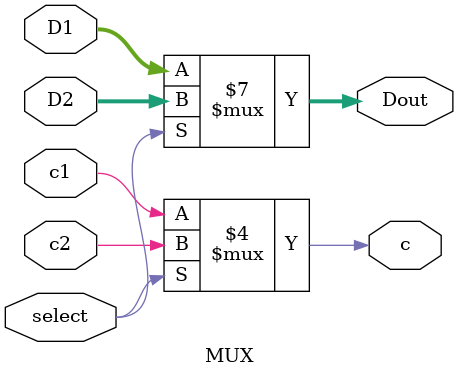
<source format=sv>
module carry_select_adder
(
    input   logic[15:0]     A,
    input   logic[15:0]     B,
    output  logic[15:0]     Sum,
    output  logic           CO
);

    /* TODO
     *
     * Insert code here to implement a carry select.
     * Your code should be completly combinational (don't use always_ff or always_latch).
     * Feel free to create sub-modules or other files. */
	  
	  //Creates separate instances of the sum of each four bit subarray of the 16 bit
	  //arrays, one with a carry in bit of 1 and one with a carry in bit of 0.
	  //The correct sum is then selected based on whether the carry in bit ends up
	  //being one or zero.
	  
	   logic c0, c10, c11, c20,c21,CO1,CO2;
		logic [15:0] Sum0,Sum1;
		fourbra fra0(.x(A[3:0]), .y(B[3:0]), .cin(0) , .sum(Sum[3:0]), .cout(c0));
		fourbra fra1(.x(A[7:4]), .y(B[7:4]), .cin(0) , .sum(Sum0[7:4]), .cout(c11));
		fourbra fra12(.x(A[7:4]), .y(B[7:4]), .cin(1) , .sum(Sum1[7:4]), .cout(c12));
		fourbra fra2(.x(A[11:8]), .y(B[11:8]), .cin(0) , .sum(Sum0[11:8]), .cout(c21));
		fourbra fra22(.x(A[11:8]), .y(B[11:8]), .cin(1) , .sum(Sum1[11:8]), .cout(c22));	
		fourbra fra3(.x(A[15:12]), .y(B[15:12]), .cin(0) , .sum(Sum0[15:12]), .cout(CO1));
		fourbra fra32(.x(A[15:12]), .y(B[15:12]), .cin(1) , .sum(Sum1[15:12]), .cout(CO2));
		MUX m0(.D1(Sum0[7:4]),.D2(Sum1[7:4]),.select(c0),.c1(c11),.c2(c12),.Dout(Sum[7:4]),.c(c1));
		MUX m1(.D1(Sum0[11:8]),.D2(Sum1[11:8]),.select(c1),.c1(c21),.c2(c22),.Dout(Sum[11:8]),.c(c2));
		MUX m2(.D1(Sum0[15:12]),.D2(Sum1[15:12]),.select(c2),.c1(CO1),.c2(CO2),.Dout(Sum[15:12]),.c(CO));
	  
		
				
endmodule

//Created a module MUX to simulate a multiplexer to select between the sum
//with the carry in bit of 0 and the one with the carry in bit of 1.
module MUX
(
	input[3:0] D1,
	input[3:0] D2,
	input select,
	input c1, 
	input c2,
	output logic [3:0] Dout,
	output logic c
);

	always_comb
			begin
				if(select == 0)begin
					Dout = D1;
					c=c1;
				end else begin
					Dout = D2;
					c=c2;
				end
			end
			
endmodule

</source>
